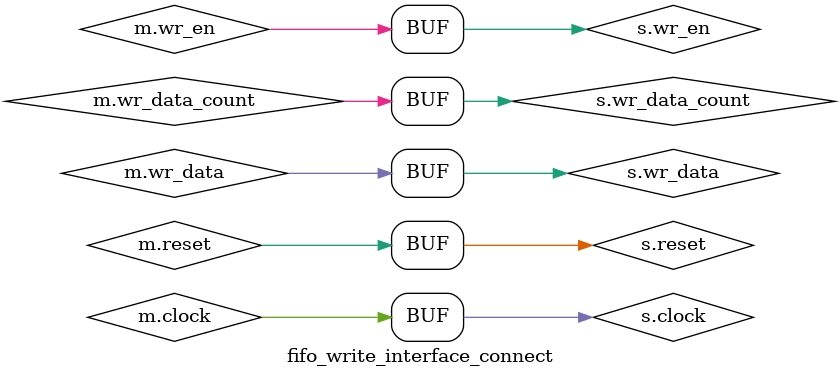
<source format=sv>
/*
 * Copyright (c) 2023 Robert Drehmel
 *
 * Licensed under the Apache License, Version 2.0 (the "License");
 * you may not use this file except in compliance with the License.
 * You may obtain a copy of the License at
 *
 *     http://www.apache.org/licenses/LICENSE-2.0
 *
 * Unless required by applicable law or agreed to in writing, software
 * distributed under the License is distributed on an "AS IS" BASIS,
 * WITHOUT WARRANTIES OR CONDITIONS OF ANY KIND, either express or implied.
 * See the License for the specific language governing permissions and
 * limitations under the License.
 */
module fifo_write_interface_connect(
	fifo_write_interface.master m,
	fifo_write_interface.slave s
);

assign m.clock = s.clock;
assign m.reset = s.reset;
assign m.wr_data = s.wr_data;
assign m.wr_en = s.wr_en;
assign s.full = m.full;
assign s.almost_full = m.almost_full;
assign s.wr_data_count = m.wr_data_count;

endmodule

</source>
